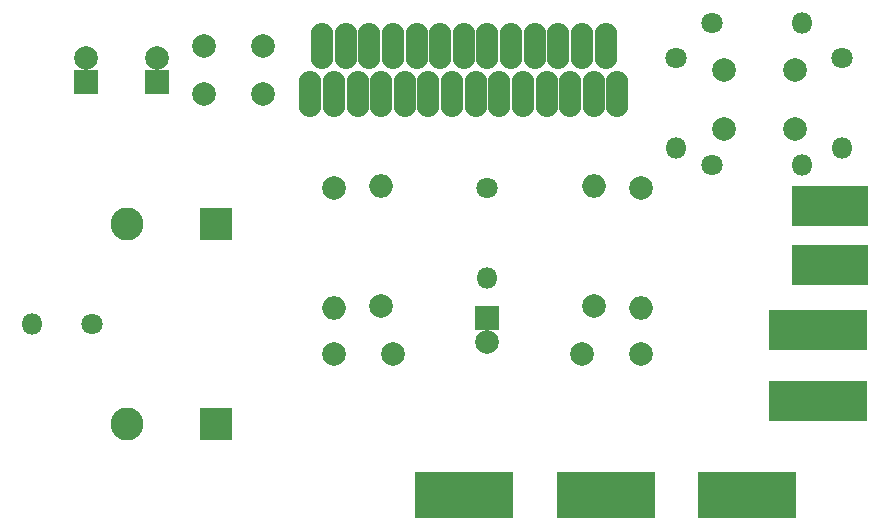
<source format=gbs>
G04 #@! TF.FileFunction,Soldermask,Bot*
%FSLAX46Y46*%
G04 Gerber Fmt 4.6, Leading zero omitted, Abs format (unit mm)*
G04 Created by KiCad (PCBNEW 4.0.6) date 07/11/17 15:01:39*
%MOMM*%
%LPD*%
G01*
G04 APERTURE LIST*
%ADD10C,0.100000*%
%ADD11R,6.400000X3.400000*%
%ADD12R,2.000000X2.000000*%
%ADD13C,2.000000*%
%ADD14R,2.800000X2.800000*%
%ADD15C,2.800000*%
%ADD16R,8.400000X3.900000*%
%ADD17R,8.400000X3.400000*%
%ADD18C,1.800000*%
%ADD19O,1.800000X1.800000*%
%ADD20O,2.000000X2.000000*%
%ADD21O,1.924000X3.900000*%
G04 APERTURE END LIST*
D10*
D11*
X146000000Y-94500000D03*
D12*
X117000000Y-99000000D03*
D13*
X117000000Y-101000000D03*
X137000000Y-83000000D03*
X137000000Y-78000000D03*
X143000000Y-78000000D03*
X143000000Y-83000000D03*
X98000000Y-80000000D03*
X93000000Y-80000000D03*
X98000000Y-76000000D03*
X93000000Y-76000000D03*
D12*
X89000000Y-79000000D03*
D13*
X89000000Y-77000000D03*
D14*
X94000000Y-108000000D03*
D15*
X86500000Y-108000000D03*
D13*
X104000000Y-102000000D03*
X109000000Y-102000000D03*
X130000000Y-102000000D03*
X125000000Y-102000000D03*
D16*
X127000000Y-114000000D03*
D17*
X145000000Y-106000000D03*
X145000000Y-100000000D03*
D18*
X136000000Y-74000000D03*
D19*
X143620000Y-74000000D03*
D13*
X108000000Y-98000000D03*
D20*
X108000000Y-87840000D03*
D13*
X126000000Y-98000000D03*
D20*
X126000000Y-87840000D03*
D18*
X117000000Y-88000000D03*
D19*
X117000000Y-95620000D03*
D18*
X133000000Y-77000000D03*
D19*
X133000000Y-84620000D03*
D18*
X147000000Y-77000000D03*
D19*
X147000000Y-84620000D03*
D13*
X104000000Y-88000000D03*
D20*
X104000000Y-98160000D03*
D13*
X130000000Y-88000000D03*
D20*
X130000000Y-98160000D03*
D21*
X115000000Y-76000000D03*
X117000000Y-76000000D03*
X102000000Y-80000000D03*
X103000000Y-76000000D03*
X104000000Y-80000000D03*
X105000000Y-76000000D03*
X106000000Y-80000000D03*
X107000000Y-76000000D03*
X108000000Y-80000000D03*
X109000000Y-76000000D03*
X110000000Y-80000000D03*
X111000000Y-76000000D03*
X112000000Y-80000000D03*
X113000000Y-76000000D03*
X114000000Y-80000000D03*
X116000000Y-80000000D03*
X118000000Y-80000000D03*
X119000000Y-76000000D03*
X120000000Y-80000000D03*
X121000000Y-76000000D03*
X122000000Y-80000000D03*
X123000000Y-76000000D03*
X124000000Y-80000000D03*
X125000000Y-76000000D03*
X126000000Y-80000000D03*
X127000000Y-76000000D03*
X128000000Y-80000000D03*
D16*
X139000000Y-114000000D03*
X115000000Y-114000000D03*
D12*
X83000000Y-79000000D03*
D13*
X83000000Y-77000000D03*
D14*
X94000000Y-91000000D03*
D15*
X86500000Y-91000000D03*
D18*
X83500000Y-99500000D03*
D19*
X78420000Y-99500000D03*
D18*
X136000000Y-86000000D03*
D19*
X143620000Y-86000000D03*
D11*
X146000000Y-89500000D03*
M02*

</source>
